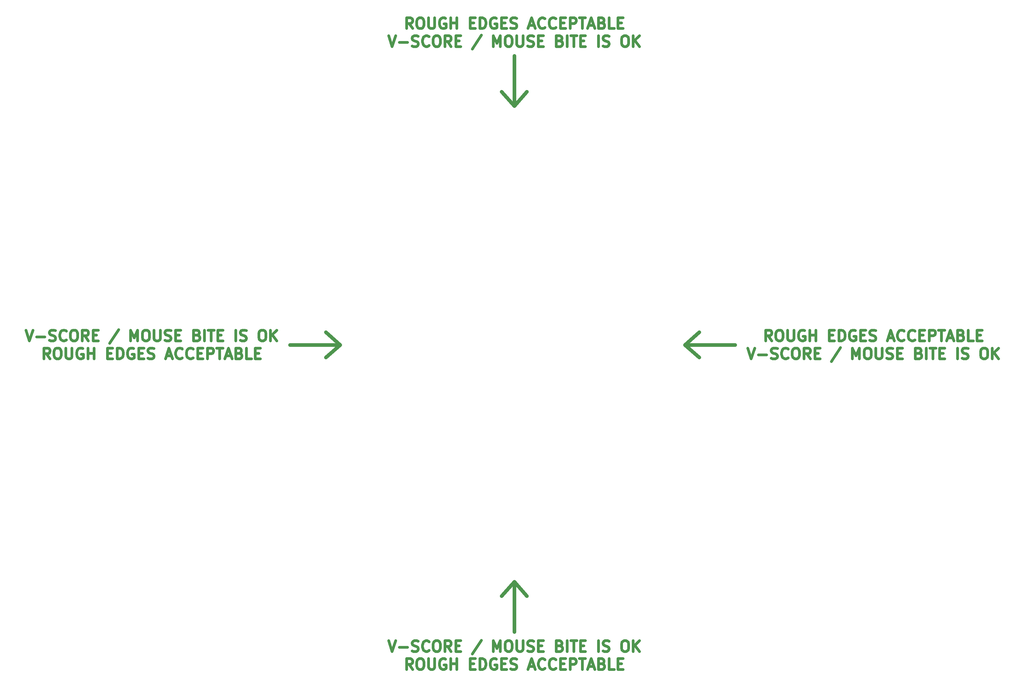
<source format=gbr>
G04 #@! TF.GenerationSoftware,KiCad,Pcbnew,(6.0.0-rc1-dev-1122-gbe0935b)*
G04 #@! TF.CreationDate,2018-11-02T12:34:24-07:00*
G04 #@! TF.ProjectId,50_matter2_comp,35305f6d-6174-4746-9572-325f636f6d70,rev?*
G04 #@! TF.SameCoordinates,Original*
G04 #@! TF.FileFunction,Other,ECO2*
%FSLAX46Y46*%
G04 Gerber Fmt 4.6, Leading zero omitted, Abs format (unit mm)*
G04 Created by KiCad (PCBNEW (6.0.0-rc1-dev-1122-gbe0935b)) date Fri Nov  2 12:34:24 2018*
%MOMM*%
%LPD*%
G01*
G04 APERTURE LIST*
%ADD10C,1.000000*%
%ADD11C,0.750000*%
G04 APERTURE END LIST*
D10*
G04 #@! TO.C,BOARD_OUTLINE1*
X197500000Y-100000000D02*
X201500000Y-103500000D01*
X197500000Y-100000000D02*
X201500000Y-96500000D01*
X211500000Y-100000000D02*
X197500000Y-100000000D01*
X101500000Y-100000000D02*
X97500000Y-96500000D01*
X101500000Y-100000000D02*
X97500000Y-103500000D01*
X87500000Y-100000000D02*
X101500000Y-100000000D01*
X150000000Y-180000000D02*
X150000000Y-166000000D01*
X150000000Y-166000000D02*
X146500000Y-170000000D01*
X150000000Y-166000000D02*
X153500000Y-170000000D01*
X150000000Y-33500000D02*
X153500000Y-29500000D01*
X150000000Y-19500000D02*
X150000000Y-33500000D01*
X150000000Y-33500000D02*
X146500000Y-29500000D01*
G04 #@! TD*
G04 #@! TO.C,BOARD_OUTLINE1*
D11*
X214928571Y-100857142D02*
X215928571Y-103857142D01*
X216928571Y-100857142D01*
X217928571Y-102714285D02*
X220214285Y-102714285D01*
X221500000Y-103714285D02*
X221928571Y-103857142D01*
X222642857Y-103857142D01*
X222928571Y-103714285D01*
X223071428Y-103571428D01*
X223214285Y-103285714D01*
X223214285Y-103000000D01*
X223071428Y-102714285D01*
X222928571Y-102571428D01*
X222642857Y-102428571D01*
X222071428Y-102285714D01*
X221785714Y-102142857D01*
X221642857Y-102000000D01*
X221500000Y-101714285D01*
X221500000Y-101428571D01*
X221642857Y-101142857D01*
X221785714Y-101000000D01*
X222071428Y-100857142D01*
X222785714Y-100857142D01*
X223214285Y-101000000D01*
X226214285Y-103571428D02*
X226071428Y-103714285D01*
X225642857Y-103857142D01*
X225357142Y-103857142D01*
X224928571Y-103714285D01*
X224642857Y-103428571D01*
X224500000Y-103142857D01*
X224357142Y-102571428D01*
X224357142Y-102142857D01*
X224500000Y-101571428D01*
X224642857Y-101285714D01*
X224928571Y-101000000D01*
X225357142Y-100857142D01*
X225642857Y-100857142D01*
X226071428Y-101000000D01*
X226214285Y-101142857D01*
X228071428Y-100857142D02*
X228642857Y-100857142D01*
X228928571Y-101000000D01*
X229214285Y-101285714D01*
X229357142Y-101857142D01*
X229357142Y-102857142D01*
X229214285Y-103428571D01*
X228928571Y-103714285D01*
X228642857Y-103857142D01*
X228071428Y-103857142D01*
X227785714Y-103714285D01*
X227500000Y-103428571D01*
X227357142Y-102857142D01*
X227357142Y-101857142D01*
X227500000Y-101285714D01*
X227785714Y-101000000D01*
X228071428Y-100857142D01*
X232357142Y-103857142D02*
X231357142Y-102428571D01*
X230642857Y-103857142D02*
X230642857Y-100857142D01*
X231785714Y-100857142D01*
X232071428Y-101000000D01*
X232214285Y-101142857D01*
X232357142Y-101428571D01*
X232357142Y-101857142D01*
X232214285Y-102142857D01*
X232071428Y-102285714D01*
X231785714Y-102428571D01*
X230642857Y-102428571D01*
X233642857Y-102285714D02*
X234642857Y-102285714D01*
X235071428Y-103857142D02*
X233642857Y-103857142D01*
X233642857Y-100857142D01*
X235071428Y-100857142D01*
X240785714Y-100714285D02*
X238214285Y-104571428D01*
X244071428Y-103857142D02*
X244071428Y-100857142D01*
X245071428Y-103000000D01*
X246071428Y-100857142D01*
X246071428Y-103857142D01*
X248071428Y-100857142D02*
X248642857Y-100857142D01*
X248928571Y-101000000D01*
X249214285Y-101285714D01*
X249357142Y-101857142D01*
X249357142Y-102857142D01*
X249214285Y-103428571D01*
X248928571Y-103714285D01*
X248642857Y-103857142D01*
X248071428Y-103857142D01*
X247785714Y-103714285D01*
X247500000Y-103428571D01*
X247357142Y-102857142D01*
X247357142Y-101857142D01*
X247500000Y-101285714D01*
X247785714Y-101000000D01*
X248071428Y-100857142D01*
X250642857Y-100857142D02*
X250642857Y-103285714D01*
X250785714Y-103571428D01*
X250928571Y-103714285D01*
X251214285Y-103857142D01*
X251785714Y-103857142D01*
X252071428Y-103714285D01*
X252214285Y-103571428D01*
X252357142Y-103285714D01*
X252357142Y-100857142D01*
X253642857Y-103714285D02*
X254071428Y-103857142D01*
X254785714Y-103857142D01*
X255071428Y-103714285D01*
X255214285Y-103571428D01*
X255357142Y-103285714D01*
X255357142Y-103000000D01*
X255214285Y-102714285D01*
X255071428Y-102571428D01*
X254785714Y-102428571D01*
X254214285Y-102285714D01*
X253928571Y-102142857D01*
X253785714Y-102000000D01*
X253642857Y-101714285D01*
X253642857Y-101428571D01*
X253785714Y-101142857D01*
X253928571Y-101000000D01*
X254214285Y-100857142D01*
X254928571Y-100857142D01*
X255357142Y-101000000D01*
X256642857Y-102285714D02*
X257642857Y-102285714D01*
X258071428Y-103857142D02*
X256642857Y-103857142D01*
X256642857Y-100857142D01*
X258071428Y-100857142D01*
X262642857Y-102285714D02*
X263071428Y-102428571D01*
X263214285Y-102571428D01*
X263357142Y-102857142D01*
X263357142Y-103285714D01*
X263214285Y-103571428D01*
X263071428Y-103714285D01*
X262785714Y-103857142D01*
X261642857Y-103857142D01*
X261642857Y-100857142D01*
X262642857Y-100857142D01*
X262928571Y-101000000D01*
X263071428Y-101142857D01*
X263214285Y-101428571D01*
X263214285Y-101714285D01*
X263071428Y-102000000D01*
X262928571Y-102142857D01*
X262642857Y-102285714D01*
X261642857Y-102285714D01*
X264642857Y-103857142D02*
X264642857Y-100857142D01*
X265642857Y-100857142D02*
X267357142Y-100857142D01*
X266500000Y-103857142D02*
X266500000Y-100857142D01*
X268357142Y-102285714D02*
X269357142Y-102285714D01*
X269785714Y-103857142D02*
X268357142Y-103857142D01*
X268357142Y-100857142D01*
X269785714Y-100857142D01*
X273357142Y-103857142D02*
X273357142Y-100857142D01*
X274642857Y-103714285D02*
X275071428Y-103857142D01*
X275785714Y-103857142D01*
X276071428Y-103714285D01*
X276214285Y-103571428D01*
X276357142Y-103285714D01*
X276357142Y-103000000D01*
X276214285Y-102714285D01*
X276071428Y-102571428D01*
X275785714Y-102428571D01*
X275214285Y-102285714D01*
X274928571Y-102142857D01*
X274785714Y-102000000D01*
X274642857Y-101714285D01*
X274642857Y-101428571D01*
X274785714Y-101142857D01*
X274928571Y-101000000D01*
X275214285Y-100857142D01*
X275928571Y-100857142D01*
X276357142Y-101000000D01*
X280500000Y-100857142D02*
X281071428Y-100857142D01*
X281357142Y-101000000D01*
X281642857Y-101285714D01*
X281785714Y-101857142D01*
X281785714Y-102857142D01*
X281642857Y-103428571D01*
X281357142Y-103714285D01*
X281071428Y-103857142D01*
X280500000Y-103857142D01*
X280214285Y-103714285D01*
X279928571Y-103428571D01*
X279785714Y-102857142D01*
X279785714Y-101857142D01*
X279928571Y-101285714D01*
X280214285Y-101000000D01*
X280500000Y-100857142D01*
X283071428Y-103857142D02*
X283071428Y-100857142D01*
X284785714Y-103857142D02*
X283500000Y-102142857D01*
X284785714Y-100857142D02*
X283071428Y-102571428D01*
X221642857Y-98857142D02*
X220642857Y-97428571D01*
X219928571Y-98857142D02*
X219928571Y-95857142D01*
X221071428Y-95857142D01*
X221357142Y-96000000D01*
X221500000Y-96142857D01*
X221642857Y-96428571D01*
X221642857Y-96857142D01*
X221500000Y-97142857D01*
X221357142Y-97285714D01*
X221071428Y-97428571D01*
X219928571Y-97428571D01*
X223500000Y-95857142D02*
X224071428Y-95857142D01*
X224357142Y-96000000D01*
X224642857Y-96285714D01*
X224785714Y-96857142D01*
X224785714Y-97857142D01*
X224642857Y-98428571D01*
X224357142Y-98714285D01*
X224071428Y-98857142D01*
X223500000Y-98857142D01*
X223214285Y-98714285D01*
X222928571Y-98428571D01*
X222785714Y-97857142D01*
X222785714Y-96857142D01*
X222928571Y-96285714D01*
X223214285Y-96000000D01*
X223500000Y-95857142D01*
X226071428Y-95857142D02*
X226071428Y-98285714D01*
X226214285Y-98571428D01*
X226357142Y-98714285D01*
X226642857Y-98857142D01*
X227214285Y-98857142D01*
X227500000Y-98714285D01*
X227642857Y-98571428D01*
X227785714Y-98285714D01*
X227785714Y-95857142D01*
X230785714Y-96000000D02*
X230500000Y-95857142D01*
X230071428Y-95857142D01*
X229642857Y-96000000D01*
X229357142Y-96285714D01*
X229214285Y-96571428D01*
X229071428Y-97142857D01*
X229071428Y-97571428D01*
X229214285Y-98142857D01*
X229357142Y-98428571D01*
X229642857Y-98714285D01*
X230071428Y-98857142D01*
X230357142Y-98857142D01*
X230785714Y-98714285D01*
X230928571Y-98571428D01*
X230928571Y-97571428D01*
X230357142Y-97571428D01*
X232214285Y-98857142D02*
X232214285Y-95857142D01*
X232214285Y-97285714D02*
X233928571Y-97285714D01*
X233928571Y-98857142D02*
X233928571Y-95857142D01*
X237642857Y-97285714D02*
X238642857Y-97285714D01*
X239071428Y-98857142D02*
X237642857Y-98857142D01*
X237642857Y-95857142D01*
X239071428Y-95857142D01*
X240357142Y-98857142D02*
X240357142Y-95857142D01*
X241071428Y-95857142D01*
X241499999Y-96000000D01*
X241785714Y-96285714D01*
X241928571Y-96571428D01*
X242071428Y-97142857D01*
X242071428Y-97571428D01*
X241928571Y-98142857D01*
X241785714Y-98428571D01*
X241499999Y-98714285D01*
X241071428Y-98857142D01*
X240357142Y-98857142D01*
X244928571Y-96000000D02*
X244642857Y-95857142D01*
X244214285Y-95857142D01*
X243785714Y-96000000D01*
X243499999Y-96285714D01*
X243357142Y-96571428D01*
X243214285Y-97142857D01*
X243214285Y-97571428D01*
X243357142Y-98142857D01*
X243499999Y-98428571D01*
X243785714Y-98714285D01*
X244214285Y-98857142D01*
X244499999Y-98857142D01*
X244928571Y-98714285D01*
X245071428Y-98571428D01*
X245071428Y-97571428D01*
X244499999Y-97571428D01*
X246357142Y-97285714D02*
X247357142Y-97285714D01*
X247785714Y-98857142D02*
X246357142Y-98857142D01*
X246357142Y-95857142D01*
X247785714Y-95857142D01*
X248928571Y-98714285D02*
X249357142Y-98857142D01*
X250071428Y-98857142D01*
X250357142Y-98714285D01*
X250499999Y-98571428D01*
X250642857Y-98285714D01*
X250642857Y-98000000D01*
X250499999Y-97714285D01*
X250357142Y-97571428D01*
X250071428Y-97428571D01*
X249499999Y-97285714D01*
X249214285Y-97142857D01*
X249071428Y-97000000D01*
X248928571Y-96714285D01*
X248928571Y-96428571D01*
X249071428Y-96142857D01*
X249214285Y-96000000D01*
X249499999Y-95857142D01*
X250214285Y-95857142D01*
X250642857Y-96000000D01*
X254071428Y-98000000D02*
X255499999Y-98000000D01*
X253785714Y-98857142D02*
X254785714Y-95857142D01*
X255785714Y-98857142D01*
X258499999Y-98571428D02*
X258357142Y-98714285D01*
X257928571Y-98857142D01*
X257642857Y-98857142D01*
X257214285Y-98714285D01*
X256928571Y-98428571D01*
X256785714Y-98142857D01*
X256642857Y-97571428D01*
X256642857Y-97142857D01*
X256785714Y-96571428D01*
X256928571Y-96285714D01*
X257214285Y-96000000D01*
X257642857Y-95857142D01*
X257928571Y-95857142D01*
X258357142Y-96000000D01*
X258499999Y-96142857D01*
X261499999Y-98571428D02*
X261357142Y-98714285D01*
X260928571Y-98857142D01*
X260642857Y-98857142D01*
X260214285Y-98714285D01*
X259928571Y-98428571D01*
X259785714Y-98142857D01*
X259642857Y-97571428D01*
X259642857Y-97142857D01*
X259785714Y-96571428D01*
X259928571Y-96285714D01*
X260214285Y-96000000D01*
X260642857Y-95857142D01*
X260928571Y-95857142D01*
X261357142Y-96000000D01*
X261499999Y-96142857D01*
X262785714Y-97285714D02*
X263785714Y-97285714D01*
X264214285Y-98857142D02*
X262785714Y-98857142D01*
X262785714Y-95857142D01*
X264214285Y-95857142D01*
X265500000Y-98857142D02*
X265500000Y-95857142D01*
X266642857Y-95857142D01*
X266928571Y-96000000D01*
X267071428Y-96142857D01*
X267214285Y-96428571D01*
X267214285Y-96857142D01*
X267071428Y-97142857D01*
X266928571Y-97285714D01*
X266642857Y-97428571D01*
X265500000Y-97428571D01*
X268071428Y-95857142D02*
X269785714Y-95857142D01*
X268928571Y-98857142D02*
X268928571Y-95857142D01*
X270642857Y-98000000D02*
X272071428Y-98000000D01*
X270357142Y-98857142D02*
X271357142Y-95857142D01*
X272357142Y-98857142D01*
X274357142Y-97285714D02*
X274785714Y-97428571D01*
X274928571Y-97571428D01*
X275071428Y-97857142D01*
X275071428Y-98285714D01*
X274928571Y-98571428D01*
X274785714Y-98714285D01*
X274500000Y-98857142D01*
X273357142Y-98857142D01*
X273357142Y-95857142D01*
X274357142Y-95857142D01*
X274642857Y-96000000D01*
X274785714Y-96142857D01*
X274928571Y-96428571D01*
X274928571Y-96714285D01*
X274785714Y-97000000D01*
X274642857Y-97142857D01*
X274357142Y-97285714D01*
X273357142Y-97285714D01*
X277785714Y-98857142D02*
X276357142Y-98857142D01*
X276357142Y-95857142D01*
X278785714Y-97285714D02*
X279785714Y-97285714D01*
X280214285Y-98857142D02*
X278785714Y-98857142D01*
X278785714Y-95857142D01*
X280214285Y-95857142D01*
X20642857Y-103857142D02*
X19642857Y-102428571D01*
X18928571Y-103857142D02*
X18928571Y-100857142D01*
X20071428Y-100857142D01*
X20357142Y-101000000D01*
X20500000Y-101142857D01*
X20642857Y-101428571D01*
X20642857Y-101857142D01*
X20500000Y-102142857D01*
X20357142Y-102285714D01*
X20071428Y-102428571D01*
X18928571Y-102428571D01*
X22500000Y-100857142D02*
X23071428Y-100857142D01*
X23357142Y-101000000D01*
X23642857Y-101285714D01*
X23785714Y-101857142D01*
X23785714Y-102857142D01*
X23642857Y-103428571D01*
X23357142Y-103714285D01*
X23071428Y-103857142D01*
X22500000Y-103857142D01*
X22214285Y-103714285D01*
X21928571Y-103428571D01*
X21785714Y-102857142D01*
X21785714Y-101857142D01*
X21928571Y-101285714D01*
X22214285Y-101000000D01*
X22500000Y-100857142D01*
X25071428Y-100857142D02*
X25071428Y-103285714D01*
X25214285Y-103571428D01*
X25357142Y-103714285D01*
X25642857Y-103857142D01*
X26214285Y-103857142D01*
X26499999Y-103714285D01*
X26642857Y-103571428D01*
X26785714Y-103285714D01*
X26785714Y-100857142D01*
X29785714Y-101000000D02*
X29499999Y-100857142D01*
X29071428Y-100857142D01*
X28642857Y-101000000D01*
X28357142Y-101285714D01*
X28214285Y-101571428D01*
X28071428Y-102142857D01*
X28071428Y-102571428D01*
X28214285Y-103142857D01*
X28357142Y-103428571D01*
X28642857Y-103714285D01*
X29071428Y-103857142D01*
X29357142Y-103857142D01*
X29785714Y-103714285D01*
X29928571Y-103571428D01*
X29928571Y-102571428D01*
X29357142Y-102571428D01*
X31214285Y-103857142D02*
X31214285Y-100857142D01*
X31214285Y-102285714D02*
X32928571Y-102285714D01*
X32928571Y-103857142D02*
X32928571Y-100857142D01*
X36642857Y-102285714D02*
X37642857Y-102285714D01*
X38071428Y-103857142D02*
X36642857Y-103857142D01*
X36642857Y-100857142D01*
X38071428Y-100857142D01*
X39357142Y-103857142D02*
X39357142Y-100857142D01*
X40071428Y-100857142D01*
X40499999Y-101000000D01*
X40785714Y-101285714D01*
X40928571Y-101571428D01*
X41071428Y-102142857D01*
X41071428Y-102571428D01*
X40928571Y-103142857D01*
X40785714Y-103428571D01*
X40499999Y-103714285D01*
X40071428Y-103857142D01*
X39357142Y-103857142D01*
X43928571Y-101000000D02*
X43642857Y-100857142D01*
X43214285Y-100857142D01*
X42785714Y-101000000D01*
X42499999Y-101285714D01*
X42357142Y-101571428D01*
X42214285Y-102142857D01*
X42214285Y-102571428D01*
X42357142Y-103142857D01*
X42499999Y-103428571D01*
X42785714Y-103714285D01*
X43214285Y-103857142D01*
X43499999Y-103857142D01*
X43928571Y-103714285D01*
X44071428Y-103571428D01*
X44071428Y-102571428D01*
X43499999Y-102571428D01*
X45357142Y-102285714D02*
X46357142Y-102285714D01*
X46785714Y-103857142D02*
X45357142Y-103857142D01*
X45357142Y-100857142D01*
X46785714Y-100857142D01*
X47928571Y-103714285D02*
X48357142Y-103857142D01*
X49071428Y-103857142D01*
X49357142Y-103714285D01*
X49499999Y-103571428D01*
X49642857Y-103285714D01*
X49642857Y-103000000D01*
X49499999Y-102714285D01*
X49357142Y-102571428D01*
X49071428Y-102428571D01*
X48499999Y-102285714D01*
X48214285Y-102142857D01*
X48071428Y-102000000D01*
X47928571Y-101714285D01*
X47928571Y-101428571D01*
X48071428Y-101142857D01*
X48214285Y-101000000D01*
X48499999Y-100857142D01*
X49214285Y-100857142D01*
X49642857Y-101000000D01*
X53071428Y-103000000D02*
X54499999Y-103000000D01*
X52785714Y-103857142D02*
X53785714Y-100857142D01*
X54785714Y-103857142D01*
X57499999Y-103571428D02*
X57357142Y-103714285D01*
X56928571Y-103857142D01*
X56642857Y-103857142D01*
X56214285Y-103714285D01*
X55928571Y-103428571D01*
X55785714Y-103142857D01*
X55642857Y-102571428D01*
X55642857Y-102142857D01*
X55785714Y-101571428D01*
X55928571Y-101285714D01*
X56214285Y-101000000D01*
X56642857Y-100857142D01*
X56928571Y-100857142D01*
X57357142Y-101000000D01*
X57499999Y-101142857D01*
X60499999Y-103571428D02*
X60357142Y-103714285D01*
X59928571Y-103857142D01*
X59642857Y-103857142D01*
X59214285Y-103714285D01*
X58928571Y-103428571D01*
X58785714Y-103142857D01*
X58642857Y-102571428D01*
X58642857Y-102142857D01*
X58785714Y-101571428D01*
X58928571Y-101285714D01*
X59214285Y-101000000D01*
X59642857Y-100857142D01*
X59928571Y-100857142D01*
X60357142Y-101000000D01*
X60499999Y-101142857D01*
X61785714Y-102285714D02*
X62785714Y-102285714D01*
X63214285Y-103857142D02*
X61785714Y-103857142D01*
X61785714Y-100857142D01*
X63214285Y-100857142D01*
X64500000Y-103857142D02*
X64500000Y-100857142D01*
X65642857Y-100857142D01*
X65928571Y-101000000D01*
X66071428Y-101142857D01*
X66214285Y-101428571D01*
X66214285Y-101857142D01*
X66071428Y-102142857D01*
X65928571Y-102285714D01*
X65642857Y-102428571D01*
X64500000Y-102428571D01*
X67071428Y-100857142D02*
X68785714Y-100857142D01*
X67928571Y-103857142D02*
X67928571Y-100857142D01*
X69642857Y-103000000D02*
X71071428Y-103000000D01*
X69357142Y-103857142D02*
X70357142Y-100857142D01*
X71357142Y-103857142D01*
X73357142Y-102285714D02*
X73785714Y-102428571D01*
X73928571Y-102571428D01*
X74071428Y-102857142D01*
X74071428Y-103285714D01*
X73928571Y-103571428D01*
X73785714Y-103714285D01*
X73500000Y-103857142D01*
X72357142Y-103857142D01*
X72357142Y-100857142D01*
X73357142Y-100857142D01*
X73642857Y-101000000D01*
X73785714Y-101142857D01*
X73928571Y-101428571D01*
X73928571Y-101714285D01*
X73785714Y-102000000D01*
X73642857Y-102142857D01*
X73357142Y-102285714D01*
X72357142Y-102285714D01*
X76785714Y-103857142D02*
X75357142Y-103857142D01*
X75357142Y-100857142D01*
X77785714Y-102285714D02*
X78785714Y-102285714D01*
X79214285Y-103857142D02*
X77785714Y-103857142D01*
X77785714Y-100857142D01*
X79214285Y-100857142D01*
X13928571Y-95857142D02*
X14928571Y-98857142D01*
X15928571Y-95857142D01*
X16928571Y-97714285D02*
X19214285Y-97714285D01*
X20500000Y-98714285D02*
X20928571Y-98857142D01*
X21642857Y-98857142D01*
X21928571Y-98714285D01*
X22071428Y-98571428D01*
X22214285Y-98285714D01*
X22214285Y-98000000D01*
X22071428Y-97714285D01*
X21928571Y-97571428D01*
X21642857Y-97428571D01*
X21071428Y-97285714D01*
X20785714Y-97142857D01*
X20642857Y-97000000D01*
X20500000Y-96714285D01*
X20500000Y-96428571D01*
X20642857Y-96142857D01*
X20785714Y-96000000D01*
X21071428Y-95857142D01*
X21785714Y-95857142D01*
X22214285Y-96000000D01*
X25214285Y-98571428D02*
X25071428Y-98714285D01*
X24642857Y-98857142D01*
X24357142Y-98857142D01*
X23928571Y-98714285D01*
X23642857Y-98428571D01*
X23500000Y-98142857D01*
X23357142Y-97571428D01*
X23357142Y-97142857D01*
X23500000Y-96571428D01*
X23642857Y-96285714D01*
X23928571Y-96000000D01*
X24357142Y-95857142D01*
X24642857Y-95857142D01*
X25071428Y-96000000D01*
X25214285Y-96142857D01*
X27071428Y-95857142D02*
X27642857Y-95857142D01*
X27928571Y-96000000D01*
X28214285Y-96285714D01*
X28357142Y-96857142D01*
X28357142Y-97857142D01*
X28214285Y-98428571D01*
X27928571Y-98714285D01*
X27642857Y-98857142D01*
X27071428Y-98857142D01*
X26785714Y-98714285D01*
X26500000Y-98428571D01*
X26357142Y-97857142D01*
X26357142Y-96857142D01*
X26500000Y-96285714D01*
X26785714Y-96000000D01*
X27071428Y-95857142D01*
X31357142Y-98857142D02*
X30357142Y-97428571D01*
X29642857Y-98857142D02*
X29642857Y-95857142D01*
X30785714Y-95857142D01*
X31071428Y-96000000D01*
X31214285Y-96142857D01*
X31357142Y-96428571D01*
X31357142Y-96857142D01*
X31214285Y-97142857D01*
X31071428Y-97285714D01*
X30785714Y-97428571D01*
X29642857Y-97428571D01*
X32642857Y-97285714D02*
X33642857Y-97285714D01*
X34071428Y-98857142D02*
X32642857Y-98857142D01*
X32642857Y-95857142D01*
X34071428Y-95857142D01*
X39785714Y-95714285D02*
X37214285Y-99571428D01*
X43071428Y-98857142D02*
X43071428Y-95857142D01*
X44071428Y-98000000D01*
X45071428Y-95857142D01*
X45071428Y-98857142D01*
X47071428Y-95857142D02*
X47642857Y-95857142D01*
X47928571Y-96000000D01*
X48214285Y-96285714D01*
X48357142Y-96857142D01*
X48357142Y-97857142D01*
X48214285Y-98428571D01*
X47928571Y-98714285D01*
X47642857Y-98857142D01*
X47071428Y-98857142D01*
X46785714Y-98714285D01*
X46499999Y-98428571D01*
X46357142Y-97857142D01*
X46357142Y-96857142D01*
X46499999Y-96285714D01*
X46785714Y-96000000D01*
X47071428Y-95857142D01*
X49642857Y-95857142D02*
X49642857Y-98285714D01*
X49785714Y-98571428D01*
X49928571Y-98714285D01*
X50214285Y-98857142D01*
X50785714Y-98857142D01*
X51071428Y-98714285D01*
X51214285Y-98571428D01*
X51357142Y-98285714D01*
X51357142Y-95857142D01*
X52642857Y-98714285D02*
X53071428Y-98857142D01*
X53785714Y-98857142D01*
X54071428Y-98714285D01*
X54214285Y-98571428D01*
X54357142Y-98285714D01*
X54357142Y-98000000D01*
X54214285Y-97714285D01*
X54071428Y-97571428D01*
X53785714Y-97428571D01*
X53214285Y-97285714D01*
X52928571Y-97142857D01*
X52785714Y-97000000D01*
X52642857Y-96714285D01*
X52642857Y-96428571D01*
X52785714Y-96142857D01*
X52928571Y-96000000D01*
X53214285Y-95857142D01*
X53928571Y-95857142D01*
X54357142Y-96000000D01*
X55642857Y-97285714D02*
X56642857Y-97285714D01*
X57071428Y-98857142D02*
X55642857Y-98857142D01*
X55642857Y-95857142D01*
X57071428Y-95857142D01*
X61642857Y-97285714D02*
X62071428Y-97428571D01*
X62214285Y-97571428D01*
X62357142Y-97857142D01*
X62357142Y-98285714D01*
X62214285Y-98571428D01*
X62071428Y-98714285D01*
X61785714Y-98857142D01*
X60642857Y-98857142D01*
X60642857Y-95857142D01*
X61642857Y-95857142D01*
X61928571Y-96000000D01*
X62071428Y-96142857D01*
X62214285Y-96428571D01*
X62214285Y-96714285D01*
X62071428Y-97000000D01*
X61928571Y-97142857D01*
X61642857Y-97285714D01*
X60642857Y-97285714D01*
X63642857Y-98857142D02*
X63642857Y-95857142D01*
X64642857Y-95857142D02*
X66357142Y-95857142D01*
X65499999Y-98857142D02*
X65499999Y-95857142D01*
X67357142Y-97285714D02*
X68357142Y-97285714D01*
X68785714Y-98857142D02*
X67357142Y-98857142D01*
X67357142Y-95857142D01*
X68785714Y-95857142D01*
X72357142Y-98857142D02*
X72357142Y-95857142D01*
X73642857Y-98714285D02*
X74071428Y-98857142D01*
X74785714Y-98857142D01*
X75071428Y-98714285D01*
X75214285Y-98571428D01*
X75357142Y-98285714D01*
X75357142Y-98000000D01*
X75214285Y-97714285D01*
X75071428Y-97571428D01*
X74785714Y-97428571D01*
X74214285Y-97285714D01*
X73928571Y-97142857D01*
X73785714Y-97000000D01*
X73642857Y-96714285D01*
X73642857Y-96428571D01*
X73785714Y-96142857D01*
X73928571Y-96000000D01*
X74214285Y-95857142D01*
X74928571Y-95857142D01*
X75357142Y-96000000D01*
X79499999Y-95857142D02*
X80071428Y-95857142D01*
X80357142Y-96000000D01*
X80642857Y-96285714D01*
X80785714Y-96857142D01*
X80785714Y-97857142D01*
X80642857Y-98428571D01*
X80357142Y-98714285D01*
X80071428Y-98857142D01*
X79499999Y-98857142D01*
X79214285Y-98714285D01*
X78928571Y-98428571D01*
X78785714Y-97857142D01*
X78785714Y-96857142D01*
X78928571Y-96285714D01*
X79214285Y-96000000D01*
X79499999Y-95857142D01*
X82071428Y-98857142D02*
X82071428Y-95857142D01*
X83785714Y-98857142D02*
X82500000Y-97142857D01*
X83785714Y-95857142D02*
X82071428Y-97571428D01*
X121642857Y-190357142D02*
X120642857Y-188928571D01*
X119928571Y-190357142D02*
X119928571Y-187357142D01*
X121071428Y-187357142D01*
X121357142Y-187500000D01*
X121500000Y-187642857D01*
X121642857Y-187928571D01*
X121642857Y-188357142D01*
X121500000Y-188642857D01*
X121357142Y-188785714D01*
X121071428Y-188928571D01*
X119928571Y-188928571D01*
X123500000Y-187357142D02*
X124071428Y-187357142D01*
X124357142Y-187500000D01*
X124642857Y-187785714D01*
X124785714Y-188357142D01*
X124785714Y-189357142D01*
X124642857Y-189928571D01*
X124357142Y-190214285D01*
X124071428Y-190357142D01*
X123500000Y-190357142D01*
X123214285Y-190214285D01*
X122928571Y-189928571D01*
X122785714Y-189357142D01*
X122785714Y-188357142D01*
X122928571Y-187785714D01*
X123214285Y-187500000D01*
X123500000Y-187357142D01*
X126071428Y-187357142D02*
X126071428Y-189785714D01*
X126214285Y-190071428D01*
X126357142Y-190214285D01*
X126642857Y-190357142D01*
X127214285Y-190357142D01*
X127500000Y-190214285D01*
X127642857Y-190071428D01*
X127785714Y-189785714D01*
X127785714Y-187357142D01*
X130785714Y-187500000D02*
X130500000Y-187357142D01*
X130071428Y-187357142D01*
X129642857Y-187500000D01*
X129357142Y-187785714D01*
X129214285Y-188071428D01*
X129071428Y-188642857D01*
X129071428Y-189071428D01*
X129214285Y-189642857D01*
X129357142Y-189928571D01*
X129642857Y-190214285D01*
X130071428Y-190357142D01*
X130357142Y-190357142D01*
X130785714Y-190214285D01*
X130928571Y-190071428D01*
X130928571Y-189071428D01*
X130357142Y-189071428D01*
X132214285Y-190357142D02*
X132214285Y-187357142D01*
X132214285Y-188785714D02*
X133928571Y-188785714D01*
X133928571Y-190357142D02*
X133928571Y-187357142D01*
X137642857Y-188785714D02*
X138642857Y-188785714D01*
X139071428Y-190357142D02*
X137642857Y-190357142D01*
X137642857Y-187357142D01*
X139071428Y-187357142D01*
X140357142Y-190357142D02*
X140357142Y-187357142D01*
X141071428Y-187357142D01*
X141500000Y-187500000D01*
X141785714Y-187785714D01*
X141928571Y-188071428D01*
X142071428Y-188642857D01*
X142071428Y-189071428D01*
X141928571Y-189642857D01*
X141785714Y-189928571D01*
X141500000Y-190214285D01*
X141071428Y-190357142D01*
X140357142Y-190357142D01*
X144928571Y-187500000D02*
X144642857Y-187357142D01*
X144214285Y-187357142D01*
X143785714Y-187500000D01*
X143500000Y-187785714D01*
X143357142Y-188071428D01*
X143214285Y-188642857D01*
X143214285Y-189071428D01*
X143357142Y-189642857D01*
X143500000Y-189928571D01*
X143785714Y-190214285D01*
X144214285Y-190357142D01*
X144500000Y-190357142D01*
X144928571Y-190214285D01*
X145071428Y-190071428D01*
X145071428Y-189071428D01*
X144500000Y-189071428D01*
X146357142Y-188785714D02*
X147357142Y-188785714D01*
X147785714Y-190357142D02*
X146357142Y-190357142D01*
X146357142Y-187357142D01*
X147785714Y-187357142D01*
X148928571Y-190214285D02*
X149357142Y-190357142D01*
X150071428Y-190357142D01*
X150357142Y-190214285D01*
X150500000Y-190071428D01*
X150642857Y-189785714D01*
X150642857Y-189500000D01*
X150500000Y-189214285D01*
X150357142Y-189071428D01*
X150071428Y-188928571D01*
X149500000Y-188785714D01*
X149214285Y-188642857D01*
X149071428Y-188500000D01*
X148928571Y-188214285D01*
X148928571Y-187928571D01*
X149071428Y-187642857D01*
X149214285Y-187500000D01*
X149500000Y-187357142D01*
X150214285Y-187357142D01*
X150642857Y-187500000D01*
X154071428Y-189500000D02*
X155500000Y-189500000D01*
X153785714Y-190357142D02*
X154785714Y-187357142D01*
X155785714Y-190357142D01*
X158500000Y-190071428D02*
X158357142Y-190214285D01*
X157928571Y-190357142D01*
X157642857Y-190357142D01*
X157214285Y-190214285D01*
X156928571Y-189928571D01*
X156785714Y-189642857D01*
X156642857Y-189071428D01*
X156642857Y-188642857D01*
X156785714Y-188071428D01*
X156928571Y-187785714D01*
X157214285Y-187500000D01*
X157642857Y-187357142D01*
X157928571Y-187357142D01*
X158357142Y-187500000D01*
X158500000Y-187642857D01*
X161500000Y-190071428D02*
X161357142Y-190214285D01*
X160928571Y-190357142D01*
X160642857Y-190357142D01*
X160214285Y-190214285D01*
X159928571Y-189928571D01*
X159785714Y-189642857D01*
X159642857Y-189071428D01*
X159642857Y-188642857D01*
X159785714Y-188071428D01*
X159928571Y-187785714D01*
X160214285Y-187500000D01*
X160642857Y-187357142D01*
X160928571Y-187357142D01*
X161357142Y-187500000D01*
X161500000Y-187642857D01*
X162785714Y-188785714D02*
X163785714Y-188785714D01*
X164214285Y-190357142D02*
X162785714Y-190357142D01*
X162785714Y-187357142D01*
X164214285Y-187357142D01*
X165500000Y-190357142D02*
X165500000Y-187357142D01*
X166642857Y-187357142D01*
X166928571Y-187500000D01*
X167071428Y-187642857D01*
X167214285Y-187928571D01*
X167214285Y-188357142D01*
X167071428Y-188642857D01*
X166928571Y-188785714D01*
X166642857Y-188928571D01*
X165500000Y-188928571D01*
X168071428Y-187357142D02*
X169785714Y-187357142D01*
X168928571Y-190357142D02*
X168928571Y-187357142D01*
X170642857Y-189500000D02*
X172071428Y-189500000D01*
X170357142Y-190357142D02*
X171357142Y-187357142D01*
X172357142Y-190357142D01*
X174357142Y-188785714D02*
X174785714Y-188928571D01*
X174928571Y-189071428D01*
X175071428Y-189357142D01*
X175071428Y-189785714D01*
X174928571Y-190071428D01*
X174785714Y-190214285D01*
X174500000Y-190357142D01*
X173357142Y-190357142D01*
X173357142Y-187357142D01*
X174357142Y-187357142D01*
X174642857Y-187500000D01*
X174785714Y-187642857D01*
X174928571Y-187928571D01*
X174928571Y-188214285D01*
X174785714Y-188500000D01*
X174642857Y-188642857D01*
X174357142Y-188785714D01*
X173357142Y-188785714D01*
X177785714Y-190357142D02*
X176357142Y-190357142D01*
X176357142Y-187357142D01*
X178785714Y-188785714D02*
X179785714Y-188785714D01*
X180214285Y-190357142D02*
X178785714Y-190357142D01*
X178785714Y-187357142D01*
X180214285Y-187357142D01*
X114928571Y-182357142D02*
X115928571Y-185357142D01*
X116928571Y-182357142D01*
X117928571Y-184214285D02*
X120214285Y-184214285D01*
X121499999Y-185214285D02*
X121928571Y-185357142D01*
X122642857Y-185357142D01*
X122928571Y-185214285D01*
X123071428Y-185071428D01*
X123214285Y-184785714D01*
X123214285Y-184500000D01*
X123071428Y-184214285D01*
X122928571Y-184071428D01*
X122642857Y-183928571D01*
X122071428Y-183785714D01*
X121785714Y-183642857D01*
X121642857Y-183500000D01*
X121499999Y-183214285D01*
X121499999Y-182928571D01*
X121642857Y-182642857D01*
X121785714Y-182500000D01*
X122071428Y-182357142D01*
X122785714Y-182357142D01*
X123214285Y-182500000D01*
X126214285Y-185071428D02*
X126071428Y-185214285D01*
X125642857Y-185357142D01*
X125357142Y-185357142D01*
X124928571Y-185214285D01*
X124642857Y-184928571D01*
X124499999Y-184642857D01*
X124357142Y-184071428D01*
X124357142Y-183642857D01*
X124499999Y-183071428D01*
X124642857Y-182785714D01*
X124928571Y-182500000D01*
X125357142Y-182357142D01*
X125642857Y-182357142D01*
X126071428Y-182500000D01*
X126214285Y-182642857D01*
X128071428Y-182357142D02*
X128642857Y-182357142D01*
X128928571Y-182500000D01*
X129214285Y-182785714D01*
X129357142Y-183357142D01*
X129357142Y-184357142D01*
X129214285Y-184928571D01*
X128928571Y-185214285D01*
X128642857Y-185357142D01*
X128071428Y-185357142D01*
X127785714Y-185214285D01*
X127499999Y-184928571D01*
X127357142Y-184357142D01*
X127357142Y-183357142D01*
X127499999Y-182785714D01*
X127785714Y-182500000D01*
X128071428Y-182357142D01*
X132357142Y-185357142D02*
X131357142Y-183928571D01*
X130642857Y-185357142D02*
X130642857Y-182357142D01*
X131785714Y-182357142D01*
X132071428Y-182500000D01*
X132214285Y-182642857D01*
X132357142Y-182928571D01*
X132357142Y-183357142D01*
X132214285Y-183642857D01*
X132071428Y-183785714D01*
X131785714Y-183928571D01*
X130642857Y-183928571D01*
X133642857Y-183785714D02*
X134642857Y-183785714D01*
X135071428Y-185357142D02*
X133642857Y-185357142D01*
X133642857Y-182357142D01*
X135071428Y-182357142D01*
X140785714Y-182214285D02*
X138214285Y-186071428D01*
X144071428Y-185357142D02*
X144071428Y-182357142D01*
X145071428Y-184500000D01*
X146071428Y-182357142D01*
X146071428Y-185357142D01*
X148071428Y-182357142D02*
X148642857Y-182357142D01*
X148928571Y-182500000D01*
X149214285Y-182785714D01*
X149357142Y-183357142D01*
X149357142Y-184357142D01*
X149214285Y-184928571D01*
X148928571Y-185214285D01*
X148642857Y-185357142D01*
X148071428Y-185357142D01*
X147785714Y-185214285D01*
X147500000Y-184928571D01*
X147357142Y-184357142D01*
X147357142Y-183357142D01*
X147500000Y-182785714D01*
X147785714Y-182500000D01*
X148071428Y-182357142D01*
X150642857Y-182357142D02*
X150642857Y-184785714D01*
X150785714Y-185071428D01*
X150928571Y-185214285D01*
X151214285Y-185357142D01*
X151785714Y-185357142D01*
X152071428Y-185214285D01*
X152214285Y-185071428D01*
X152357142Y-184785714D01*
X152357142Y-182357142D01*
X153642857Y-185214285D02*
X154071428Y-185357142D01*
X154785714Y-185357142D01*
X155071428Y-185214285D01*
X155214285Y-185071428D01*
X155357142Y-184785714D01*
X155357142Y-184500000D01*
X155214285Y-184214285D01*
X155071428Y-184071428D01*
X154785714Y-183928571D01*
X154214285Y-183785714D01*
X153928571Y-183642857D01*
X153785714Y-183500000D01*
X153642857Y-183214285D01*
X153642857Y-182928571D01*
X153785714Y-182642857D01*
X153928571Y-182500000D01*
X154214285Y-182357142D01*
X154928571Y-182357142D01*
X155357142Y-182500000D01*
X156642857Y-183785714D02*
X157642857Y-183785714D01*
X158071428Y-185357142D02*
X156642857Y-185357142D01*
X156642857Y-182357142D01*
X158071428Y-182357142D01*
X162642857Y-183785714D02*
X163071428Y-183928571D01*
X163214285Y-184071428D01*
X163357142Y-184357142D01*
X163357142Y-184785714D01*
X163214285Y-185071428D01*
X163071428Y-185214285D01*
X162785714Y-185357142D01*
X161642857Y-185357142D01*
X161642857Y-182357142D01*
X162642857Y-182357142D01*
X162928571Y-182500000D01*
X163071428Y-182642857D01*
X163214285Y-182928571D01*
X163214285Y-183214285D01*
X163071428Y-183500000D01*
X162928571Y-183642857D01*
X162642857Y-183785714D01*
X161642857Y-183785714D01*
X164642857Y-185357142D02*
X164642857Y-182357142D01*
X165642857Y-182357142D02*
X167357142Y-182357142D01*
X166500000Y-185357142D02*
X166500000Y-182357142D01*
X168357142Y-183785714D02*
X169357142Y-183785714D01*
X169785714Y-185357142D02*
X168357142Y-185357142D01*
X168357142Y-182357142D01*
X169785714Y-182357142D01*
X173357142Y-185357142D02*
X173357142Y-182357142D01*
X174642857Y-185214285D02*
X175071428Y-185357142D01*
X175785714Y-185357142D01*
X176071428Y-185214285D01*
X176214285Y-185071428D01*
X176357142Y-184785714D01*
X176357142Y-184500000D01*
X176214285Y-184214285D01*
X176071428Y-184071428D01*
X175785714Y-183928571D01*
X175214285Y-183785714D01*
X174928571Y-183642857D01*
X174785714Y-183500000D01*
X174642857Y-183214285D01*
X174642857Y-182928571D01*
X174785714Y-182642857D01*
X174928571Y-182500000D01*
X175214285Y-182357142D01*
X175928571Y-182357142D01*
X176357142Y-182500000D01*
X180499999Y-182357142D02*
X181071428Y-182357142D01*
X181357142Y-182500000D01*
X181642857Y-182785714D01*
X181785714Y-183357142D01*
X181785714Y-184357142D01*
X181642857Y-184928571D01*
X181357142Y-185214285D01*
X181071428Y-185357142D01*
X180499999Y-185357142D01*
X180214285Y-185214285D01*
X179928571Y-184928571D01*
X179785714Y-184357142D01*
X179785714Y-183357142D01*
X179928571Y-182785714D01*
X180214285Y-182500000D01*
X180499999Y-182357142D01*
X183071428Y-185357142D02*
X183071428Y-182357142D01*
X184785714Y-185357142D02*
X183500000Y-183642857D01*
X184785714Y-182357142D02*
X183071428Y-184071428D01*
X114928571Y-13857142D02*
X115928571Y-16857142D01*
X116928571Y-13857142D01*
X117928571Y-15714285D02*
X120214285Y-15714285D01*
X121499999Y-16714285D02*
X121928571Y-16857142D01*
X122642857Y-16857142D01*
X122928571Y-16714285D01*
X123071428Y-16571428D01*
X123214285Y-16285714D01*
X123214285Y-16000000D01*
X123071428Y-15714285D01*
X122928571Y-15571428D01*
X122642857Y-15428571D01*
X122071428Y-15285714D01*
X121785714Y-15142857D01*
X121642857Y-15000000D01*
X121499999Y-14714285D01*
X121499999Y-14428571D01*
X121642857Y-14142857D01*
X121785714Y-14000000D01*
X122071428Y-13857142D01*
X122785714Y-13857142D01*
X123214285Y-14000000D01*
X126214285Y-16571428D02*
X126071428Y-16714285D01*
X125642857Y-16857142D01*
X125357142Y-16857142D01*
X124928571Y-16714285D01*
X124642857Y-16428571D01*
X124499999Y-16142857D01*
X124357142Y-15571428D01*
X124357142Y-15142857D01*
X124499999Y-14571428D01*
X124642857Y-14285714D01*
X124928571Y-14000000D01*
X125357142Y-13857142D01*
X125642857Y-13857142D01*
X126071428Y-14000000D01*
X126214285Y-14142857D01*
X128071428Y-13857142D02*
X128642857Y-13857142D01*
X128928571Y-14000000D01*
X129214285Y-14285714D01*
X129357142Y-14857142D01*
X129357142Y-15857142D01*
X129214285Y-16428571D01*
X128928571Y-16714285D01*
X128642857Y-16857142D01*
X128071428Y-16857142D01*
X127785714Y-16714285D01*
X127499999Y-16428571D01*
X127357142Y-15857142D01*
X127357142Y-14857142D01*
X127499999Y-14285714D01*
X127785714Y-14000000D01*
X128071428Y-13857142D01*
X132357142Y-16857142D02*
X131357142Y-15428571D01*
X130642857Y-16857142D02*
X130642857Y-13857142D01*
X131785714Y-13857142D01*
X132071428Y-14000000D01*
X132214285Y-14142857D01*
X132357142Y-14428571D01*
X132357142Y-14857142D01*
X132214285Y-15142857D01*
X132071428Y-15285714D01*
X131785714Y-15428571D01*
X130642857Y-15428571D01*
X133642857Y-15285714D02*
X134642857Y-15285714D01*
X135071428Y-16857142D02*
X133642857Y-16857142D01*
X133642857Y-13857142D01*
X135071428Y-13857142D01*
X140785714Y-13714285D02*
X138214285Y-17571428D01*
X144071428Y-16857142D02*
X144071428Y-13857142D01*
X145071428Y-16000000D01*
X146071428Y-13857142D01*
X146071428Y-16857142D01*
X148071428Y-13857142D02*
X148642857Y-13857142D01*
X148928571Y-14000000D01*
X149214285Y-14285714D01*
X149357142Y-14857142D01*
X149357142Y-15857142D01*
X149214285Y-16428571D01*
X148928571Y-16714285D01*
X148642857Y-16857142D01*
X148071428Y-16857142D01*
X147785714Y-16714285D01*
X147500000Y-16428571D01*
X147357142Y-15857142D01*
X147357142Y-14857142D01*
X147500000Y-14285714D01*
X147785714Y-14000000D01*
X148071428Y-13857142D01*
X150642857Y-13857142D02*
X150642857Y-16285714D01*
X150785714Y-16571428D01*
X150928571Y-16714285D01*
X151214285Y-16857142D01*
X151785714Y-16857142D01*
X152071428Y-16714285D01*
X152214285Y-16571428D01*
X152357142Y-16285714D01*
X152357142Y-13857142D01*
X153642857Y-16714285D02*
X154071428Y-16857142D01*
X154785714Y-16857142D01*
X155071428Y-16714285D01*
X155214285Y-16571428D01*
X155357142Y-16285714D01*
X155357142Y-16000000D01*
X155214285Y-15714285D01*
X155071428Y-15571428D01*
X154785714Y-15428571D01*
X154214285Y-15285714D01*
X153928571Y-15142857D01*
X153785714Y-15000000D01*
X153642857Y-14714285D01*
X153642857Y-14428571D01*
X153785714Y-14142857D01*
X153928571Y-14000000D01*
X154214285Y-13857142D01*
X154928571Y-13857142D01*
X155357142Y-14000000D01*
X156642857Y-15285714D02*
X157642857Y-15285714D01*
X158071428Y-16857142D02*
X156642857Y-16857142D01*
X156642857Y-13857142D01*
X158071428Y-13857142D01*
X162642857Y-15285714D02*
X163071428Y-15428571D01*
X163214285Y-15571428D01*
X163357142Y-15857142D01*
X163357142Y-16285714D01*
X163214285Y-16571428D01*
X163071428Y-16714285D01*
X162785714Y-16857142D01*
X161642857Y-16857142D01*
X161642857Y-13857142D01*
X162642857Y-13857142D01*
X162928571Y-14000000D01*
X163071428Y-14142857D01*
X163214285Y-14428571D01*
X163214285Y-14714285D01*
X163071428Y-15000000D01*
X162928571Y-15142857D01*
X162642857Y-15285714D01*
X161642857Y-15285714D01*
X164642857Y-16857142D02*
X164642857Y-13857142D01*
X165642857Y-13857142D02*
X167357142Y-13857142D01*
X166500000Y-16857142D02*
X166500000Y-13857142D01*
X168357142Y-15285714D02*
X169357142Y-15285714D01*
X169785714Y-16857142D02*
X168357142Y-16857142D01*
X168357142Y-13857142D01*
X169785714Y-13857142D01*
X173357142Y-16857142D02*
X173357142Y-13857142D01*
X174642857Y-16714285D02*
X175071428Y-16857142D01*
X175785714Y-16857142D01*
X176071428Y-16714285D01*
X176214285Y-16571428D01*
X176357142Y-16285714D01*
X176357142Y-16000000D01*
X176214285Y-15714285D01*
X176071428Y-15571428D01*
X175785714Y-15428571D01*
X175214285Y-15285714D01*
X174928571Y-15142857D01*
X174785714Y-15000000D01*
X174642857Y-14714285D01*
X174642857Y-14428571D01*
X174785714Y-14142857D01*
X174928571Y-14000000D01*
X175214285Y-13857142D01*
X175928571Y-13857142D01*
X176357142Y-14000000D01*
X180499999Y-13857142D02*
X181071428Y-13857142D01*
X181357142Y-14000000D01*
X181642857Y-14285714D01*
X181785714Y-14857142D01*
X181785714Y-15857142D01*
X181642857Y-16428571D01*
X181357142Y-16714285D01*
X181071428Y-16857142D01*
X180499999Y-16857142D01*
X180214285Y-16714285D01*
X179928571Y-16428571D01*
X179785714Y-15857142D01*
X179785714Y-14857142D01*
X179928571Y-14285714D01*
X180214285Y-14000000D01*
X180499999Y-13857142D01*
X183071428Y-16857142D02*
X183071428Y-13857142D01*
X184785714Y-16857142D02*
X183500000Y-15142857D01*
X184785714Y-13857142D02*
X183071428Y-15571428D01*
X121642857Y-11857142D02*
X120642857Y-10428571D01*
X119928571Y-11857142D02*
X119928571Y-8857142D01*
X121071428Y-8857142D01*
X121357142Y-9000000D01*
X121500000Y-9142857D01*
X121642857Y-9428571D01*
X121642857Y-9857142D01*
X121500000Y-10142857D01*
X121357142Y-10285714D01*
X121071428Y-10428571D01*
X119928571Y-10428571D01*
X123500000Y-8857142D02*
X124071428Y-8857142D01*
X124357142Y-9000000D01*
X124642857Y-9285714D01*
X124785714Y-9857142D01*
X124785714Y-10857142D01*
X124642857Y-11428571D01*
X124357142Y-11714285D01*
X124071428Y-11857142D01*
X123500000Y-11857142D01*
X123214285Y-11714285D01*
X122928571Y-11428571D01*
X122785714Y-10857142D01*
X122785714Y-9857142D01*
X122928571Y-9285714D01*
X123214285Y-9000000D01*
X123500000Y-8857142D01*
X126071428Y-8857142D02*
X126071428Y-11285714D01*
X126214285Y-11571428D01*
X126357142Y-11714285D01*
X126642857Y-11857142D01*
X127214285Y-11857142D01*
X127500000Y-11714285D01*
X127642857Y-11571428D01*
X127785714Y-11285714D01*
X127785714Y-8857142D01*
X130785714Y-9000000D02*
X130500000Y-8857142D01*
X130071428Y-8857142D01*
X129642857Y-9000000D01*
X129357142Y-9285714D01*
X129214285Y-9571428D01*
X129071428Y-10142857D01*
X129071428Y-10571428D01*
X129214285Y-11142857D01*
X129357142Y-11428571D01*
X129642857Y-11714285D01*
X130071428Y-11857142D01*
X130357142Y-11857142D01*
X130785714Y-11714285D01*
X130928571Y-11571428D01*
X130928571Y-10571428D01*
X130357142Y-10571428D01*
X132214285Y-11857142D02*
X132214285Y-8857142D01*
X132214285Y-10285714D02*
X133928571Y-10285714D01*
X133928571Y-11857142D02*
X133928571Y-8857142D01*
X137642857Y-10285714D02*
X138642857Y-10285714D01*
X139071428Y-11857142D02*
X137642857Y-11857142D01*
X137642857Y-8857142D01*
X139071428Y-8857142D01*
X140357142Y-11857142D02*
X140357142Y-8857142D01*
X141071428Y-8857142D01*
X141500000Y-9000000D01*
X141785714Y-9285714D01*
X141928571Y-9571428D01*
X142071428Y-10142857D01*
X142071428Y-10571428D01*
X141928571Y-11142857D01*
X141785714Y-11428571D01*
X141500000Y-11714285D01*
X141071428Y-11857142D01*
X140357142Y-11857142D01*
X144928571Y-9000000D02*
X144642857Y-8857142D01*
X144214285Y-8857142D01*
X143785714Y-9000000D01*
X143500000Y-9285714D01*
X143357142Y-9571428D01*
X143214285Y-10142857D01*
X143214285Y-10571428D01*
X143357142Y-11142857D01*
X143500000Y-11428571D01*
X143785714Y-11714285D01*
X144214285Y-11857142D01*
X144500000Y-11857142D01*
X144928571Y-11714285D01*
X145071428Y-11571428D01*
X145071428Y-10571428D01*
X144500000Y-10571428D01*
X146357142Y-10285714D02*
X147357142Y-10285714D01*
X147785714Y-11857142D02*
X146357142Y-11857142D01*
X146357142Y-8857142D01*
X147785714Y-8857142D01*
X148928571Y-11714285D02*
X149357142Y-11857142D01*
X150071428Y-11857142D01*
X150357142Y-11714285D01*
X150500000Y-11571428D01*
X150642857Y-11285714D01*
X150642857Y-11000000D01*
X150500000Y-10714285D01*
X150357142Y-10571428D01*
X150071428Y-10428571D01*
X149500000Y-10285714D01*
X149214285Y-10142857D01*
X149071428Y-10000000D01*
X148928571Y-9714285D01*
X148928571Y-9428571D01*
X149071428Y-9142857D01*
X149214285Y-9000000D01*
X149500000Y-8857142D01*
X150214285Y-8857142D01*
X150642857Y-9000000D01*
X154071428Y-11000000D02*
X155500000Y-11000000D01*
X153785714Y-11857142D02*
X154785714Y-8857142D01*
X155785714Y-11857142D01*
X158500000Y-11571428D02*
X158357142Y-11714285D01*
X157928571Y-11857142D01*
X157642857Y-11857142D01*
X157214285Y-11714285D01*
X156928571Y-11428571D01*
X156785714Y-11142857D01*
X156642857Y-10571428D01*
X156642857Y-10142857D01*
X156785714Y-9571428D01*
X156928571Y-9285714D01*
X157214285Y-9000000D01*
X157642857Y-8857142D01*
X157928571Y-8857142D01*
X158357142Y-9000000D01*
X158500000Y-9142857D01*
X161500000Y-11571428D02*
X161357142Y-11714285D01*
X160928571Y-11857142D01*
X160642857Y-11857142D01*
X160214285Y-11714285D01*
X159928571Y-11428571D01*
X159785714Y-11142857D01*
X159642857Y-10571428D01*
X159642857Y-10142857D01*
X159785714Y-9571428D01*
X159928571Y-9285714D01*
X160214285Y-9000000D01*
X160642857Y-8857142D01*
X160928571Y-8857142D01*
X161357142Y-9000000D01*
X161500000Y-9142857D01*
X162785714Y-10285714D02*
X163785714Y-10285714D01*
X164214285Y-11857142D02*
X162785714Y-11857142D01*
X162785714Y-8857142D01*
X164214285Y-8857142D01*
X165500000Y-11857142D02*
X165500000Y-8857142D01*
X166642857Y-8857142D01*
X166928571Y-9000000D01*
X167071428Y-9142857D01*
X167214285Y-9428571D01*
X167214285Y-9857142D01*
X167071428Y-10142857D01*
X166928571Y-10285714D01*
X166642857Y-10428571D01*
X165500000Y-10428571D01*
X168071428Y-8857142D02*
X169785714Y-8857142D01*
X168928571Y-11857142D02*
X168928571Y-8857142D01*
X170642857Y-11000000D02*
X172071428Y-11000000D01*
X170357142Y-11857142D02*
X171357142Y-8857142D01*
X172357142Y-11857142D01*
X174357142Y-10285714D02*
X174785714Y-10428571D01*
X174928571Y-10571428D01*
X175071428Y-10857142D01*
X175071428Y-11285714D01*
X174928571Y-11571428D01*
X174785714Y-11714285D01*
X174500000Y-11857142D01*
X173357142Y-11857142D01*
X173357142Y-8857142D01*
X174357142Y-8857142D01*
X174642857Y-9000000D01*
X174785714Y-9142857D01*
X174928571Y-9428571D01*
X174928571Y-9714285D01*
X174785714Y-10000000D01*
X174642857Y-10142857D01*
X174357142Y-10285714D01*
X173357142Y-10285714D01*
X177785714Y-11857142D02*
X176357142Y-11857142D01*
X176357142Y-8857142D01*
X178785714Y-10285714D02*
X179785714Y-10285714D01*
X180214285Y-11857142D02*
X178785714Y-11857142D01*
X178785714Y-8857142D01*
X180214285Y-8857142D01*
G04 #@! TD*
M02*

</source>
